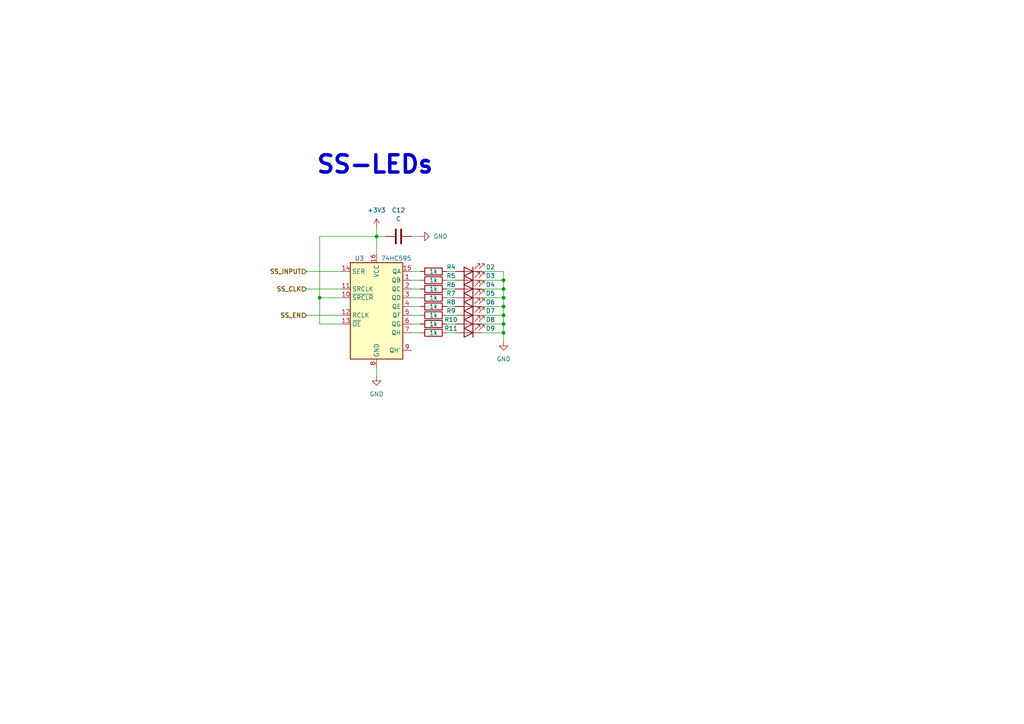
<source format=kicad_sch>
(kicad_sch (version 20230121) (generator eeschema)
  (paper "A4")
  (lib_symbols
    (symbol "74xx:74HC595"
      (property "Reference" "U" (at -7.62 13.97 0))
      (property "Value" "74HC595" (at -7.62 -16.51 0))
      (symbol "74HC595_1_0"
        (pin tri_state line (at 10.16 7.62 180) (length 2.54) (name "QB") (number "1"))
        (pin input line (at -10.16 2.54 0) (length 2.54) (name "~{SRCLR}") (number "10"))
        (pin input line (at -10.16 5.08 0) (length 2.54) (name "SRCLK") (number "11"))
        (pin input line (at -10.16 -2.54 0) (length 2.54) (name "RCLK") (number "12"))
        (pin input line (at -10.16 -5.08 0) (length 2.54) (name "~{OE}") (number "13"))
        (pin input line (at -10.16 10.16 0) (length 2.54) (name "SER") (number "14"))
        (pin tri_state line (at 10.16 10.16 180) (length 2.54) (name "QA") (number "15"))
        (pin power_in line (at 0 15.24 270) (length 2.54) (name "VCC") (number "16"))
        (pin tri_state line (at 10.16 5.08 180) (length 2.54) (name "QC") (number "2"))
        (pin tri_state line (at 10.16 2.54 180) (length 2.54) (name "QD") (number "3"))
        (pin tri_state line (at 10.16 0 180) (length 2.54) (name "QE") (number "4"))
        (pin tri_state line (at 10.16 -2.54 180) (length 2.54) (name "QF") (number "5"))
        (pin tri_state line (at 10.16 -5.08 180) (length 2.54) (name "QG") (number "6"))
        (pin tri_state line (at 10.16 -7.62 180) (length 2.54) (name "QH") (number "7"))
        (pin power_in line (at 0 -17.78 90) (length 2.54) (name "GND") (number "8"))
        (pin output line (at 10.16 -12.7 180) (length 2.54) (name "QH'") (number "9"))
      )
      (symbol "74HC595_1_1"
        (rectangle (start -7.62 12.7) (end 7.62 -15.24) (stroke (width 0.254)) (fill (type background)))
      )
    )
    (symbol "Device:C" (pin_numbers hide) (pin_names (offset 0.254))
      (property "Reference" "C" (at 0.635 2.54 0))
      (property "Value" "C" (at 0.635 -2.54 0))
      (symbol "C_0_1"
        (polyline (pts (xy -2.032 -0.762) (xy 2.032 -0.762)) (stroke (width 0.508)))
        (polyline (pts (xy -2.032 0.762) (xy 2.032 0.762)) (stroke (width 0.508)))
      )
      (symbol "C_1_1"
        (pin passive line (at 0 3.81 270) (length 2.794) (name "~") (number "1"))
        (pin passive line (at 0 -3.81 90) (length 2.794) (name "~") (number "2"))
      )
    )
    (symbol "Device:LED" (pin_numbers hide) (pin_names (offset 1.016) hide)
      (property "Reference" "D" (at 0 2.54 0))
      (property "Value" "LED" (at 0 -2.54 0))
      (symbol "LED_0_1"
        (polyline (pts (xy -1.27 -1.27) (xy -1.27 1.27)) (stroke (width 0.254)))
        (polyline (pts (xy -1.27 0) (xy 1.27 0)))
        (polyline (pts (xy 1.27 -1.27) (xy 1.27 1.27) (xy -1.27 0) (xy 1.27 -1.27)) (stroke (width 0.254)))
        (polyline (pts (xy -3.048 -0.762) (xy -4.572 -2.286) (xy -3.81 -2.286) (xy -4.572 -2.286) (xy -4.572 -1.524)))
        (polyline (pts (xy -1.778 -0.762) (xy -3.302 -2.286) (xy -2.54 -2.286) (xy -3.302 -2.286) (xy -3.302 -1.524)))
      )
      (symbol "LED_1_1"
        (pin passive line (at -3.81 0 0) (length 2.54) (name "K") (number "1"))
        (pin passive line (at 3.81 0 180) (length 2.54) (name "A") (number "2"))
      )
    )
    (symbol "Device:R" (pin_numbers hide) (pin_names (offset 0))
      (property "Reference" "R" (at 2.032 0 90))
      (property "Value" "R" (at 0 0 90))
      (symbol "R_0_1"
        (rectangle (start -1.016 -2.54) (end 1.016 2.54) (stroke (width 0.254)))
      )
      (symbol "R_1_1"
        (pin passive line (at 0 3.81 270) (length 1.27) (name "~") (number "1"))
        (pin passive line (at 0 -3.81 90) (length 1.27) (name "~") (number "2"))
      )
    )
    (symbol "power:+3V3" (power) (pin_names (offset 0))
      (property "Value" "+3V3" (at 0 3.556 0))
      (symbol "+3V3_0_1"
        (polyline (pts (xy -0.762 1.27) (xy 0 2.54)))
        (polyline (pts (xy 0 0) (xy 0 2.54)))
        (polyline (pts (xy 0 2.54) (xy 0.762 1.27)))
      )
      (symbol "+3V3_1_1"
        (pin power_in line (at 0 0 90) (length 0) hide (name "+3V3") (number "1"))
      )
    )
    (symbol "power:GND" (power) (pin_names (offset 0))
      (property "Value" "GND" (at 0 -3.81 0))
      (symbol "GND_0_1"
        (polyline (pts (xy 0 0) (xy 0 -1.27) (xy 1.27 -1.27) (xy 0 -2.54) (xy -1.27 -1.27) (xy 0 -1.27)))
      )
      (symbol "GND_1_1"
        (pin power_in line (at 0 0 270) (length 0) hide (name "GND") (number "1"))
      )
    )
  )
  (junction (at 146.05 91.44))
  (junction (at 146.05 83.82))
  (junction (at 146.05 86.36))
  (junction (at 92.71 86.36))
  (junction (at 146.05 88.9))
  (junction (at 109.22 68.58))
  (junction (at 146.05 81.28))
  (junction (at 146.05 93.98))
  (junction (at 146.05 96.52))
  (wire (pts (xy 146.05 86.36) (xy 146.05 88.9)))
  (wire (pts (xy 111.76 68.58) (xy 109.22 68.58)))
  (wire (pts (xy 119.38 81.28) (xy 121.92 81.28)))
  (wire (pts (xy 139.7 81.28) (xy 146.05 81.28)))
  (wire (pts (xy 129.54 96.52) (xy 132.08 96.52)))
  (wire (pts (xy 139.7 88.9) (xy 146.05 88.9)))
  (wire (pts (xy 129.54 83.82) (xy 132.08 83.82)))
  (wire (pts (xy 119.38 78.74) (xy 121.92 78.74)))
  (wire (pts (xy 88.9 83.82) (xy 99.06 83.82)))
  (wire (pts (xy 129.54 91.44) (xy 132.08 91.44)))
  (wire (pts (xy 139.7 83.82) (xy 146.05 83.82)))
  (wire (pts (xy 146.05 96.52) (xy 139.7 96.52)))
  (wire (pts (xy 119.38 68.58) (xy 121.92 68.58)))
  (wire (pts (xy 99.06 93.98) (xy 92.71 93.98)))
  (wire (pts (xy 119.38 93.98) (xy 121.92 93.98)))
  (wire (pts (xy 119.38 88.9) (xy 121.92 88.9)))
  (wire (pts (xy 146.05 99.06) (xy 146.05 96.52)))
  (wire (pts (xy 119.38 86.36) (xy 121.92 86.36)))
  (wire (pts (xy 139.7 78.74) (xy 146.05 78.74)))
  (wire (pts (xy 146.05 88.9) (xy 146.05 91.44)))
  (wire (pts (xy 119.38 96.52) (xy 121.92 96.52)))
  (wire (pts (xy 109.22 68.58) (xy 109.22 73.66)))
  (wire (pts (xy 146.05 91.44) (xy 146.05 93.98)))
  (wire (pts (xy 92.71 86.36) (xy 92.71 68.58)))
  (wire (pts (xy 88.9 78.74) (xy 99.06 78.74)))
  (wire (pts (xy 129.54 81.28) (xy 132.08 81.28)))
  (wire (pts (xy 119.38 83.82) (xy 121.92 83.82)))
  (wire (pts (xy 139.7 86.36) (xy 146.05 86.36)))
  (wire (pts (xy 109.22 106.68) (xy 109.22 109.22)))
  (wire (pts (xy 139.7 93.98) (xy 146.05 93.98)))
  (wire (pts (xy 88.9 91.44) (xy 99.06 91.44)))
  (wire (pts (xy 99.06 86.36) (xy 92.71 86.36)))
  (wire (pts (xy 92.71 68.58) (xy 109.22 68.58)))
  (wire (pts (xy 146.05 81.28) (xy 146.05 83.82)))
  (wire (pts (xy 129.54 88.9) (xy 132.08 88.9)))
  (wire (pts (xy 129.54 86.36) (xy 132.08 86.36)))
  (wire (pts (xy 129.54 78.74) (xy 132.08 78.74)))
  (wire (pts (xy 146.05 93.98) (xy 146.05 96.52)))
  (wire (pts (xy 129.54 93.98) (xy 132.08 93.98)))
  (wire (pts (xy 92.71 93.98) (xy 92.71 86.36)))
  (wire (pts (xy 109.22 66.04) (xy 109.22 68.58)))
  (wire (pts (xy 119.38 91.44) (xy 121.92 91.44)))
  (wire (pts (xy 139.7 91.44) (xy 146.05 91.44)))
  (wire (pts (xy 146.05 78.74) (xy 146.05 81.28)))
  (wire (pts (xy 146.05 83.82) (xy 146.05 86.36)))
  (text "SS-LEDs" (at 91.44 50.8 0) (effects (font (size 5 5) bold) (justify left bottom)))
  (hierarchical_label "SS_CLK" (shape input) (at 88.9 83.82 180) (effects (font bold)))
  (hierarchical_label "SS_EN" (shape input) (at 88.9 91.44 180) (effects (font bold)))
  (hierarchical_label "SS_INPUT" (shape input) (at 88.9 78.74 180) (effects (font bold)))
  (symbol (lib_id "Device:R") (at 125.73 86.36 90) (unit 1)
    (property "Reference" "R7" (at 130.81 85.09 90))
    (property "Value" "1k" (at 125.73 86.36 90))
  )
  (symbol (lib_id "Device:C") (at 115.57 68.58 270) (unit 1)
    (property "Reference" "C12" (at 115.57 60.96 90))
    (property "Value" "C" (at 115.57 63.5 90))
  )
  (symbol (lib_id "Device:R") (at 125.73 81.28 90) (unit 1)
    (property "Reference" "R5" (at 130.81 80.01 90))
    (property "Value" "1k" (at 125.73 81.28 90))
  )
  (symbol (lib_id "Device:LED") (at 135.89 83.82 180) (unit 1)
    (property "Reference" "D4" (at 142.24 82.55 0))
    (property "Value" "LED" (effects hide))
  )
  (symbol (lib_id "Device:R") (at 125.73 78.74 90) (unit 1)
    (property "Reference" "R4" (at 130.81 77.47 90))
    (property "Value" "1k" (at 125.73 78.74 90))
  )
  (symbol (lib_id "74xx:74HC595") (at 109.22 88.9 0) (unit 1)
    (property "Reference" "U3" (at 102.87 74.93 0) (effects (justify left)))
    (property "Value" "74HC595" (at 110.49 74.93 0) (effects (justify left)))
    (property "Datasheet" "http://www.ti.com/lit/ds/symlink/sn74hc595.pdf" (effects hide))
  )
  (symbol (lib_id "power:GND") (at 109.22 109.22 0) (unit 1)
    (property "Reference" "#PWR026" (effects hide))
    (property "Value" "GND" (at 109.22 114.3 0))
  )
  (symbol (lib_id "power:GND") (at 121.92 68.58 90) (unit 1)
    (property "Reference" "#PWR025" (effects hide))
    (property "Value" "GND" (at 125.73 68.58 90) (effects (justify right)))
  )
  (symbol (lib_id "power:GND") (at 146.05 99.06 0) (unit 1)
    (property "Reference" "#PWR028" (effects hide))
    (property "Value" "GND" (at 146.05 104.14 0))
  )
  (symbol (lib_id "Device:R") (at 125.73 93.98 90) (unit 1)
    (property "Reference" "R10" (at 130.81 92.71 90))
    (property "Value" "1k" (at 125.73 93.98 90))
  )
  (symbol (lib_id "Device:LED") (at 135.89 96.52 180) (unit 1)
    (property "Reference" "D9" (at 142.24 95.25 0))
    (property "Value" "LED" (effects hide))
  )
  (symbol (lib_id "Device:R") (at 125.73 88.9 90) (unit 1)
    (property "Reference" "R8" (at 130.81 87.63 90))
    (property "Value" "1k" (at 125.73 88.9 90))
  )
  (symbol (lib_id "Device:LED") (at 135.89 88.9 180) (unit 1)
    (property "Reference" "D6" (at 142.24 87.63 0))
    (property "Value" "LED" (effects hide))
  )
  (symbol (lib_id "Device:R") (at 125.73 83.82 90) (unit 1)
    (property "Reference" "R6" (at 130.81 82.55 90))
    (property "Value" "1k" (at 125.73 83.82 90))
  )
  (symbol (lib_id "Device:LED") (at 135.89 81.28 180) (unit 1)
    (property "Reference" "D3" (at 142.24 80.01 0))
    (property "Value" "LED" (effects hide))
  )
  (symbol (lib_id "Device:LED") (at 135.89 93.98 180) (unit 1)
    (property "Reference" "D8" (at 142.24 92.71 0))
    (property "Value" "LED" (effects hide))
  )
  (symbol (lib_id "Device:LED") (at 135.89 78.74 180) (unit 1)
    (property "Reference" "D2" (at 142.24 77.47 0))
    (property "Value" "LED" (effects hide))
  )
  (symbol (lib_id "Device:R") (at 125.73 96.52 90) (unit 1)
    (property "Reference" "R11" (at 130.81 95.25 90))
    (property "Value" "1k" (at 125.73 96.52 90))
  )
  (symbol (lib_id "Device:LED") (at 135.89 91.44 180) (unit 1)
    (property "Reference" "D7" (at 142.24 90.17 0))
    (property "Value" "LED" (effects hide))
  )
  (symbol (lib_id "Device:R") (at 125.73 91.44 90) (unit 1)
    (property "Reference" "R9" (at 130.81 90.17 90))
    (property "Value" "1k" (at 125.73 91.44 90))
  )
  (symbol (lib_id "Device:LED") (at 135.89 86.36 180) (unit 1)
    (property "Reference" "D5" (at 142.24 85.09 0))
    (property "Value" "LED" (effects hide))
  )
  (symbol (lib_id "power:+3V3") (at 109.22 66.04 0) (unit 1)
    (property "Reference" "#PWR027" (effects hide))
    (property "Value" "+3V3" (at 109.22 60.96 0))
  )
)
</source>
